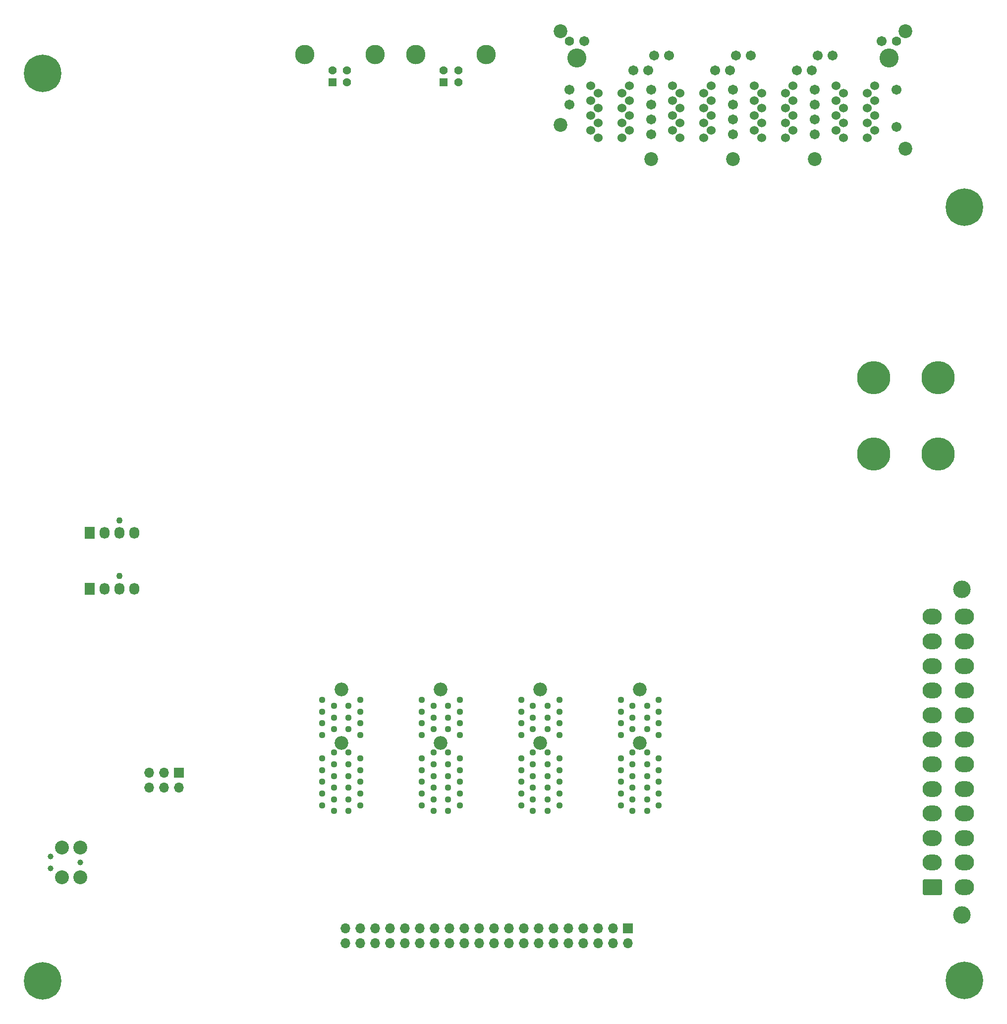
<source format=gbs>
G04 #@! TF.GenerationSoftware,KiCad,Pcbnew,5.1.8*
G04 #@! TF.CreationDate,2020-12-18T22:11:15+01:00*
G04 #@! TF.ProjectId,atx,6174782e-6b69-4636-9164-5f7063625858,rev?*
G04 #@! TF.SameCoordinates,Original*
G04 #@! TF.FileFunction,Soldermask,Bot*
G04 #@! TF.FilePolarity,Negative*
%FSLAX46Y46*%
G04 Gerber Fmt 4.6, Leading zero omitted, Abs format (unit mm)*
G04 Created by KiCad (PCBNEW 5.1.8) date 2020-12-18 22:11:15*
%MOMM*%
%LPD*%
G01*
G04 APERTURE LIST*
%ADD10C,1.100000*%
%ADD11O,1.730000X2.030000*%
%ADD12R,1.730000X2.030000*%
%ADD13O,1.700000X1.700000*%
%ADD14R,1.700000X1.700000*%
%ADD15C,2.374900*%
%ADD16C,0.990600*%
%ADD17C,1.428000*%
%ADD18R,1.428000X1.428000*%
%ADD19C,3.316000*%
%ADD20C,5.664200*%
%ADD21C,1.120000*%
%ADD22C,2.350000*%
%ADD23C,3.000000*%
%ADD24O,3.300000X2.700000*%
%ADD25C,0.800000*%
%ADD26C,6.400000*%
%ADD27C,1.524000*%
%ADD28C,3.251200*%
%ADD29C,2.362200*%
%ADD30C,1.714500*%
%ADD31C,1.600200*%
G04 APERTURE END LIST*
D10*
G04 #@! TO.C,M2*
X19080000Y-86340000D03*
D11*
X21620000Y-88500000D03*
X19080000Y-88500000D03*
X16540000Y-88500000D03*
D12*
X14000000Y-88500000D03*
G04 #@! TD*
D10*
G04 #@! TO.C,M1*
X19080000Y-95840000D03*
D11*
X21620000Y-98000000D03*
X19080000Y-98000000D03*
X16540000Y-98000000D03*
D12*
X14000000Y-98000000D03*
G04 #@! TD*
D13*
G04 #@! TO.C,J4*
X24170000Y-131940000D03*
X24170000Y-129400000D03*
X26710000Y-131940000D03*
X26710000Y-129400000D03*
X29250000Y-131940000D03*
D14*
X29250000Y-129400000D03*
G04 #@! TD*
D15*
G04 #@! TO.C,J6*
X12440000Y-142260000D03*
X12440000Y-147340000D03*
X9265000Y-147340000D03*
X9265000Y-142260000D03*
D16*
X7360000Y-145816000D03*
X7360000Y-143784000D03*
X12440000Y-144800000D03*
G04 #@! TD*
D17*
G04 #@! TO.C,J7*
X77000000Y-11500000D03*
D18*
X74500000Y-11500000D03*
D17*
X77000000Y-9500000D03*
X74500000Y-9500000D03*
D19*
X81770000Y-6790000D03*
X69730000Y-6790000D03*
G04 #@! TD*
D17*
G04 #@! TO.C,J5*
X58000000Y-11500000D03*
D18*
X55500000Y-11500000D03*
D17*
X58000000Y-9500000D03*
X55500000Y-9500000D03*
D19*
X62770000Y-6790000D03*
X50730000Y-6790000D03*
G04 #@! TD*
D20*
G04 #@! TO.C,TP4*
X159000000Y-62000000D03*
G04 #@! TD*
G04 #@! TO.C,TP3*
X148000000Y-62000000D03*
G04 #@! TD*
G04 #@! TO.C,TP2*
X159000000Y-75000000D03*
G04 #@! TD*
G04 #@! TO.C,TP1*
X148000000Y-75000000D03*
G04 #@! TD*
D21*
G04 #@! TO.C,W1*
X104750000Y-127000000D03*
X104750000Y-123000000D03*
X104750000Y-121000000D03*
X104750000Y-119000000D03*
X104750000Y-117000000D03*
X106750000Y-118000000D03*
X106750000Y-120000000D03*
X106750000Y-122000000D03*
X106750000Y-136000000D03*
X106750000Y-128000000D03*
X106750000Y-126000000D03*
X109250000Y-126000000D03*
X109250000Y-118000000D03*
X109250000Y-120000000D03*
X109250000Y-122000000D03*
X109250000Y-136000000D03*
X109250000Y-128000000D03*
X111250000Y-127000000D03*
X111250000Y-123000000D03*
X111250000Y-121000000D03*
X111250000Y-119000000D03*
X111250000Y-117000000D03*
X104750000Y-129000000D03*
X104750000Y-131000000D03*
X104750000Y-133000000D03*
X104750000Y-135000000D03*
X106750000Y-134000000D03*
X106750000Y-132000000D03*
X106750000Y-130000000D03*
X109250000Y-130000000D03*
X109250000Y-132000000D03*
X109250000Y-134000000D03*
X111250000Y-129000000D03*
X111250000Y-131000000D03*
X111250000Y-133000000D03*
X111250000Y-135000000D03*
D22*
X108000000Y-124350000D03*
X108000000Y-115200000D03*
G04 #@! TD*
D21*
G04 #@! TO.C,W2*
X87750000Y-127000000D03*
X87750000Y-123000000D03*
X87750000Y-121000000D03*
X87750000Y-119000000D03*
X87750000Y-117000000D03*
X89750000Y-118000000D03*
X89750000Y-120000000D03*
X89750000Y-122000000D03*
X89750000Y-136000000D03*
X89750000Y-128000000D03*
X89750000Y-126000000D03*
X92250000Y-126000000D03*
X92250000Y-118000000D03*
X92250000Y-120000000D03*
X92250000Y-122000000D03*
X92250000Y-136000000D03*
X92250000Y-128000000D03*
X94250000Y-127000000D03*
X94250000Y-123000000D03*
X94250000Y-121000000D03*
X94250000Y-119000000D03*
X94250000Y-117000000D03*
X87750000Y-129000000D03*
X87750000Y-131000000D03*
X87750000Y-133000000D03*
X87750000Y-135000000D03*
X89750000Y-134000000D03*
X89750000Y-132000000D03*
X89750000Y-130000000D03*
X92250000Y-130000000D03*
X92250000Y-132000000D03*
X92250000Y-134000000D03*
X94250000Y-129000000D03*
X94250000Y-131000000D03*
X94250000Y-133000000D03*
X94250000Y-135000000D03*
D22*
X91000000Y-124350000D03*
X91000000Y-115200000D03*
G04 #@! TD*
D13*
G04 #@! TO.C,J1*
X57740000Y-158540000D03*
X57740000Y-156000000D03*
X60280000Y-158540000D03*
X60280000Y-156000000D03*
X62820000Y-158540000D03*
X62820000Y-156000000D03*
X65360000Y-158540000D03*
X65360000Y-156000000D03*
X67900000Y-158540000D03*
X67900000Y-156000000D03*
X70440000Y-158540000D03*
X70440000Y-156000000D03*
X72980000Y-158540000D03*
X72980000Y-156000000D03*
X75520000Y-158540000D03*
X75520000Y-156000000D03*
X78060000Y-158540000D03*
X78060000Y-156000000D03*
X80600000Y-158540000D03*
X80600000Y-156000000D03*
X83140000Y-158540000D03*
X83140000Y-156000000D03*
X85680000Y-158540000D03*
X85680000Y-156000000D03*
X88220000Y-158540000D03*
X88220000Y-156000000D03*
X90760000Y-158540000D03*
X90760000Y-156000000D03*
X93300000Y-158540000D03*
X93300000Y-156000000D03*
X95840000Y-158540000D03*
X95840000Y-156000000D03*
X98380000Y-158540000D03*
X98380000Y-156000000D03*
X100920000Y-158540000D03*
X100920000Y-156000000D03*
X103460000Y-158540000D03*
X103460000Y-156000000D03*
X106000000Y-158540000D03*
D14*
X106000000Y-156000000D03*
G04 #@! TD*
D23*
G04 #@! TO.C,J3*
X163040000Y-98100000D03*
X163040000Y-153700000D03*
D24*
X163500000Y-102800000D03*
X163500000Y-107000000D03*
X163500000Y-111200000D03*
X163500000Y-115400000D03*
X163500000Y-119600000D03*
X163500000Y-123800000D03*
X163500000Y-128000000D03*
X163500000Y-132200000D03*
X163500000Y-136400000D03*
X163500000Y-140600000D03*
X163500000Y-144800000D03*
X163500000Y-149000000D03*
X158000000Y-102800000D03*
X158000000Y-107000000D03*
X158000000Y-111200000D03*
X158000000Y-115400000D03*
X158000000Y-119600000D03*
X158000000Y-123800000D03*
X158000000Y-128000000D03*
X158000000Y-132200000D03*
X158000000Y-136400000D03*
X158000000Y-140600000D03*
X158000000Y-144800000D03*
G36*
G01*
X159399999Y-150350000D02*
X156600001Y-150350000D01*
G75*
G02*
X156350000Y-150099999I0J250001D01*
G01*
X156350000Y-147900001D01*
G75*
G02*
X156600001Y-147650000I250001J0D01*
G01*
X159399999Y-147650000D01*
G75*
G02*
X159650000Y-147900001I0J-250001D01*
G01*
X159650000Y-150099999D01*
G75*
G02*
X159399999Y-150350000I-250001J0D01*
G01*
G37*
G04 #@! TD*
D25*
G04 #@! TO.C,H3*
X165187056Y-163242944D03*
X163490000Y-162540000D03*
X161792944Y-163242944D03*
X161090000Y-164940000D03*
X161792944Y-166637056D03*
X163490000Y-167340000D03*
X165187056Y-166637056D03*
X165890000Y-164940000D03*
D26*
X163490000Y-164940000D03*
G04 #@! TD*
D25*
G04 #@! TO.C,H1*
X7707056Y-8302944D03*
X6010000Y-7600000D03*
X4312944Y-8302944D03*
X3610000Y-10000000D03*
X4312944Y-11697056D03*
X6010000Y-12400000D03*
X7707056Y-11697056D03*
X8410000Y-10000000D03*
D26*
X6010000Y-10000000D03*
G04 #@! TD*
D25*
G04 #@! TO.C,H4*
X7697056Y-163302944D03*
X6000000Y-162600000D03*
X4302944Y-163302944D03*
X3600000Y-165000000D03*
X4302944Y-166697056D03*
X6000000Y-167400000D03*
X7697056Y-166697056D03*
X8400000Y-165000000D03*
D26*
X6000000Y-165000000D03*
G04 #@! TD*
D25*
G04 #@! TO.C,H2*
X165187056Y-31162944D03*
X163490000Y-30460000D03*
X161792944Y-31162944D03*
X161090000Y-32860000D03*
X161792944Y-34557056D03*
X163490000Y-35260000D03*
X165187056Y-34557056D03*
X165890000Y-32860000D03*
D26*
X163490000Y-32860000D03*
G04 #@! TD*
D27*
G04 #@! TO.C,J2*
X146897000Y-20959000D03*
X142833000Y-20959000D03*
X148167000Y-19689000D03*
X141563000Y-19689000D03*
X146897000Y-18419000D03*
X142833000Y-18419000D03*
X148167000Y-17149000D03*
X141563000Y-17149000D03*
X146897000Y-15879000D03*
X142833000Y-15879000D03*
X148167000Y-14609000D03*
X141563000Y-14609000D03*
X146897000Y-13339000D03*
X142833000Y-13339000D03*
X148167000Y-12069000D03*
X141563000Y-12069000D03*
D28*
X150580000Y-7370000D03*
X97240000Y-7370000D03*
D29*
X94446000Y-18800000D03*
X153374000Y-2798000D03*
X153374000Y-22864000D03*
X94446000Y-2798000D03*
X137880000Y-24642000D03*
D27*
X132927000Y-20959000D03*
X128863000Y-20959000D03*
X134197000Y-19689000D03*
X127593000Y-19689000D03*
X132927000Y-18419000D03*
X128863000Y-18419000D03*
X134197000Y-17149000D03*
X127593000Y-17149000D03*
X132927000Y-15879000D03*
X128863000Y-15879000D03*
X134197000Y-14609000D03*
X127593000Y-14609000D03*
X132927000Y-13339000D03*
X128863000Y-13339000D03*
X134197000Y-12069000D03*
X127593000Y-12069000D03*
D29*
X123910000Y-24642000D03*
X109940000Y-24642000D03*
D27*
X118957000Y-20959000D03*
X114893000Y-20959000D03*
X120227000Y-19689000D03*
X113623000Y-19689000D03*
X118957000Y-18419000D03*
X114893000Y-18419000D03*
X120227000Y-17149000D03*
X113623000Y-17149000D03*
X118957000Y-15879000D03*
X114893000Y-15879000D03*
X120227000Y-14609000D03*
X113623000Y-14609000D03*
X118957000Y-13339000D03*
X114893000Y-13339000D03*
X120227000Y-12069000D03*
X113623000Y-12069000D03*
X104987000Y-20959000D03*
X100923000Y-20959000D03*
X106257000Y-19689000D03*
X99653000Y-19689000D03*
X104987000Y-18419000D03*
X100923000Y-18419000D03*
X106257000Y-17149000D03*
X99653000Y-17149000D03*
X104987000Y-15879000D03*
X100923000Y-15879000D03*
X106257000Y-14609000D03*
X99653000Y-14609000D03*
X104987000Y-13339000D03*
X100923000Y-13339000D03*
X106257000Y-12069000D03*
X99653000Y-12069000D03*
D30*
X151850000Y-19155600D03*
X151850000Y-12805600D03*
D31*
X151850000Y-4474400D03*
D30*
X149310000Y-4474400D03*
X140978800Y-6938200D03*
X138438800Y-6938200D03*
X137346600Y-9478200D03*
X134806600Y-9478200D03*
X137880000Y-12805600D03*
X137880000Y-15345600D03*
X137880000Y-17885600D03*
X137880000Y-20425600D03*
X127008800Y-6938200D03*
X124468800Y-6938200D03*
X123376600Y-9478200D03*
X120836600Y-9478200D03*
X113038800Y-6938200D03*
X110498800Y-6938200D03*
X109406600Y-9478200D03*
X106866600Y-9478200D03*
X123910000Y-12805600D03*
X123910000Y-15345600D03*
X123910000Y-17885600D03*
X123910000Y-20425600D03*
X109940000Y-12805600D03*
X109940000Y-15345600D03*
X109940000Y-17885600D03*
X109940000Y-20425600D03*
X95970000Y-12805600D03*
X95970000Y-15345600D03*
X98510000Y-4474400D03*
D31*
X95970000Y-4474400D03*
G04 #@! TD*
D21*
G04 #@! TO.C,W4*
X53750000Y-127000000D03*
X53750000Y-123000000D03*
X53750000Y-121000000D03*
X53750000Y-119000000D03*
X53750000Y-117000000D03*
X55750000Y-118000000D03*
X55750000Y-120000000D03*
X55750000Y-122000000D03*
X55750000Y-136000000D03*
X55750000Y-128000000D03*
X55750000Y-126000000D03*
X58250000Y-126000000D03*
X58250000Y-118000000D03*
X58250000Y-120000000D03*
X58250000Y-122000000D03*
X58250000Y-136000000D03*
X58250000Y-128000000D03*
X60250000Y-127000000D03*
X60250000Y-123000000D03*
X60250000Y-121000000D03*
X60250000Y-119000000D03*
X60250000Y-117000000D03*
X53750000Y-129000000D03*
X53750000Y-131000000D03*
X53750000Y-133000000D03*
X53750000Y-135000000D03*
X55750000Y-134000000D03*
X55750000Y-132000000D03*
X55750000Y-130000000D03*
X58250000Y-130000000D03*
X58250000Y-132000000D03*
X58250000Y-134000000D03*
X60250000Y-129000000D03*
X60250000Y-131000000D03*
X60250000Y-133000000D03*
X60250000Y-135000000D03*
D22*
X57000000Y-124350000D03*
X57000000Y-115200000D03*
G04 #@! TD*
D21*
G04 #@! TO.C,W3*
X70750000Y-127000000D03*
X70750000Y-123000000D03*
X70750000Y-121000000D03*
X70750000Y-119000000D03*
X70750000Y-117000000D03*
X72750000Y-118000000D03*
X72750000Y-120000000D03*
X72750000Y-122000000D03*
X72750000Y-136000000D03*
X72750000Y-128000000D03*
X72750000Y-126000000D03*
X75250000Y-126000000D03*
X75250000Y-118000000D03*
X75250000Y-120000000D03*
X75250000Y-122000000D03*
X75250000Y-136000000D03*
X75250000Y-128000000D03*
X77250000Y-127000000D03*
X77250000Y-123000000D03*
X77250000Y-121000000D03*
X77250000Y-119000000D03*
X77250000Y-117000000D03*
X70750000Y-129000000D03*
X70750000Y-131000000D03*
X70750000Y-133000000D03*
X70750000Y-135000000D03*
X72750000Y-134000000D03*
X72750000Y-132000000D03*
X72750000Y-130000000D03*
X75250000Y-130000000D03*
X75250000Y-132000000D03*
X75250000Y-134000000D03*
X77250000Y-129000000D03*
X77250000Y-131000000D03*
X77250000Y-133000000D03*
X77250000Y-135000000D03*
D22*
X74000000Y-124350000D03*
X74000000Y-115200000D03*
G04 #@! TD*
M02*

</source>
